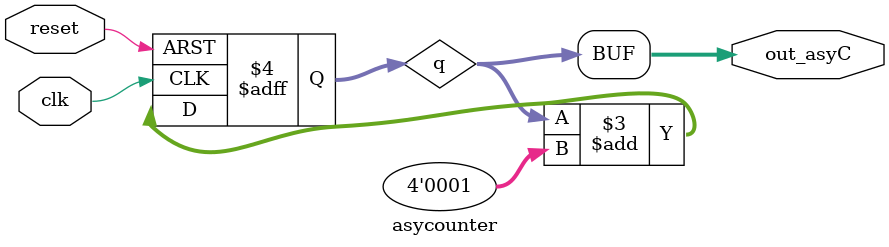
<source format=v>
module asycounter(clk,reset,out_asyC);
input clk, reset;
output [3:0]out_asyC;
reg [3:0] q;
always@(posedge clk or negedge reset)
begin
        if(~reset)
               q <= 4'b0000;

        else
               q <= q + 4'b0001;
end
assign out_asyC = q;
endmodule

</source>
